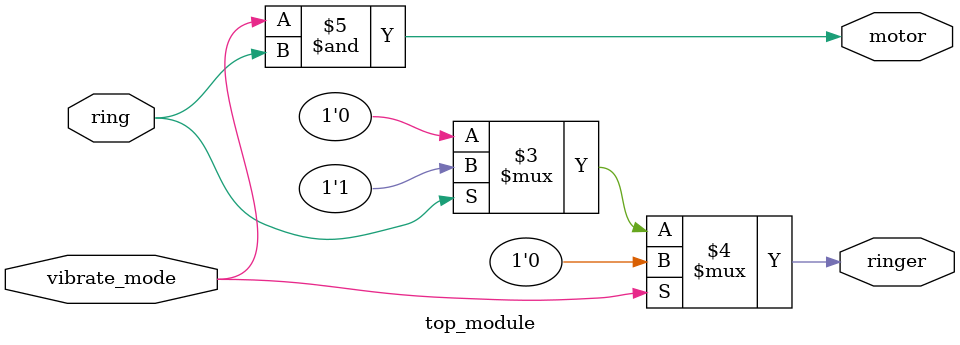
<source format=v>
module top_module (
    input ring,
    input vibrate_mode,
    output ringer,       // Make sound
    output motor         // Vibrate
);

    assign ringer  = (vibrate_mode == 1'b1) ? 1'b0: ((ring == 1'b1)? 1'b1: 1'b0);
    assign motor = vibrate_mode & ring;

endmodule
</source>
